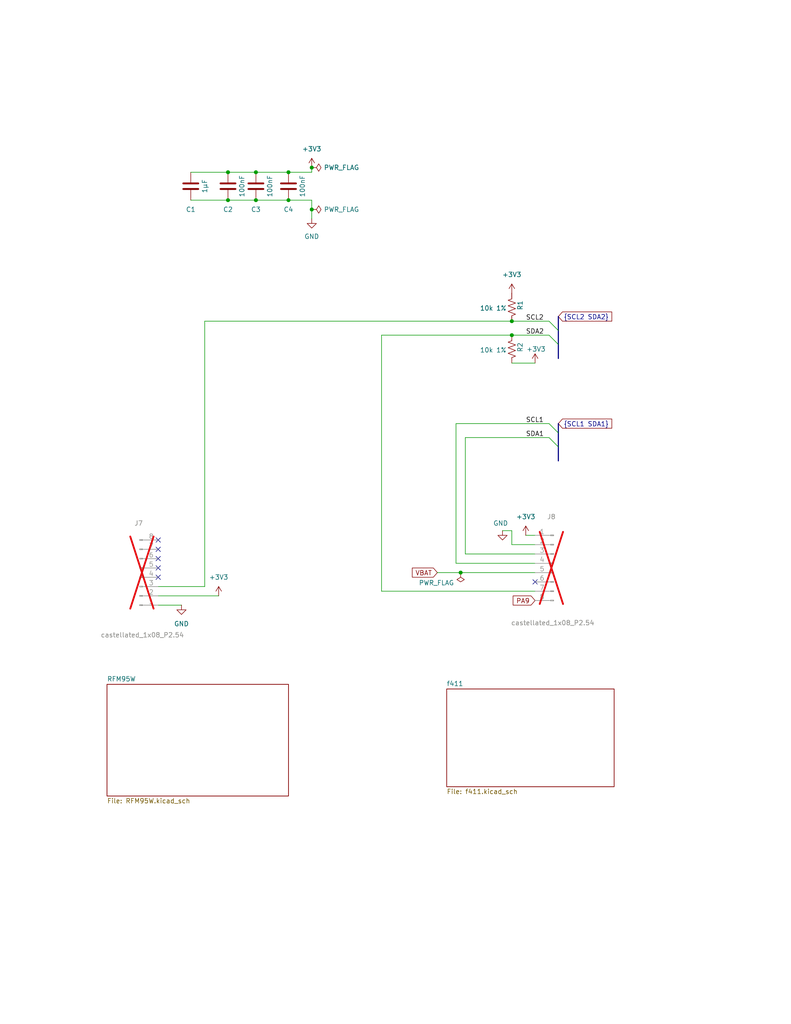
<source format=kicad_sch>
(kicad_sch (version 20250114) (generator "eeschema") (generator_version "9.0")
  (paper "A" portrait)
  (title_block (title "F411-RFM95W") (date "2025-09-09") (rev "v0.1.0"))
  (lib_symbols
    (symbol "ProjectLib:C" (pin_numbers (hide yes)) (pin_names (offset 0.254))
      (property "Reference" "C" (at 0.635 2.54 0))
      (property "Value" "C" (at 0.635 -2.54 0))
      (symbol "C_0_1"
        (polyline (pts (xy -2.032 0.762) (xy 2.032 0.762)) (stroke (width 0.508)))
        (polyline (pts (xy -2.032 -0.762) (xy 2.032 -0.762)) (stroke (width 0.508)))
      )
      (symbol "C_1_1"
        (pin passive line (at 0 3.81 270) (length 2.794) (name "~") (number "1"))
        (pin passive line (at 0 -3.81 90) (length 2.794) (name "~") (number "2"))
      )
    )
    (symbol "ProjectLib:Conn_01x08_Pin" (pin_names (offset 1.016) (hide yes)) (in_bom no)
      (property "Reference" "J" (at 0 10.16 0))
      (property "Value" "Conn_01x08_Pin" (at 0 -12.7 0))
      (symbol "Conn_01x08_Pin_1_1"
        (rectangle (start 0.8636 7.747) (end 0 7.493) (stroke (width 0.1524)) (fill (type outline)))
        (rectangle (start 0.8636 5.207) (end 0 4.953) (stroke (width 0.1524)) (fill (type outline)))
        (rectangle (start 0.8636 2.667) (end 0 2.413) (stroke (width 0.1524)) (fill (type outline)))
        (rectangle (start 0.8636 0.127) (end 0 -0.127) (stroke (width 0.1524)) (fill (type outline)))
        (rectangle (start 0.8636 -2.413) (end 0 -2.667) (stroke (width 0.1524)) (fill (type outline)))
        (rectangle (start 0.8636 -4.953) (end 0 -5.207) (stroke (width 0.1524)) (fill (type outline)))
        (rectangle (start 0.8636 -7.493) (end 0 -7.747) (stroke (width 0.1524)) (fill (type outline)))
        (rectangle (start 0.8636 -10.033) (end 0 -10.287) (stroke (width 0.1524)) (fill (type outline)))
        (polyline (pts (xy 1.27 7.62) (xy 0.8636 7.62)) (stroke (width 0.1524)))
        (polyline (pts (xy 1.27 5.08) (xy 0.8636 5.08)) (stroke (width 0.1524)))
        (polyline (pts (xy 1.27 2.54) (xy 0.8636 2.54)) (stroke (width 0.1524)))
        (polyline (pts (xy 1.27 0) (xy 0.8636 0)) (stroke (width 0.1524)))
        (polyline (pts (xy 1.27 -2.54) (xy 0.8636 -2.54)) (stroke (width 0.1524)))
        (polyline (pts (xy 1.27 -5.08) (xy 0.8636 -5.08)) (stroke (width 0.1524)))
        (polyline (pts (xy 1.27 -7.62) (xy 0.8636 -7.62)) (stroke (width 0.1524)))
        (polyline (pts (xy 1.27 -10.16) (xy 0.8636 -10.16)) (stroke (width 0.1524)))
        (pin passive line (at 5.08 7.62 180) (length 3.81) (name "Pin_1") (number "1"))
        (pin passive line (at 5.08 5.08 180) (length 3.81) (name "Pin_2") (number "2"))
        (pin passive line (at 5.08 2.54 180) (length 3.81) (name "Pin_3") (number "3"))
        (pin passive line (at 5.08 0 180) (length 3.81) (name "Pin_4") (number "4"))
        (pin passive line (at 5.08 -2.54 180) (length 3.81) (name "Pin_5") (number "5"))
        (pin passive line (at 5.08 -5.08 180) (length 3.81) (name "Pin_6") (number "6"))
        (pin passive line (at 5.08 -7.62 180) (length 3.81) (name "Pin_7") (number "7"))
        (pin passive line (at 5.08 -10.16 180) (length 3.81) (name "Pin_8") (number "8"))
      )
    )
    (symbol "ProjectLib:R_US" (pin_numbers (hide yes)) (pin_names (offset 0))
      (property "Reference" "R" (at 2.54 0 90))
      (property "Value" "R_US" (at -2.54 0 90))
      (symbol "R_US_0_1"
        (polyline (pts (xy 0 2.286) (xy 0 2.54)))
        (polyline (pts (xy 0 2.286) (xy 1.016 1.905) (xy 0 1.524) (xy -1.016 1.143) (xy 0 0.762)))
        (polyline (pts (xy 0 0.762) (xy 1.016 0.381) (xy 0 0) (xy -1.016 -0.381) (xy 0 -0.762)))
        (polyline (pts (xy 0 -0.762) (xy 1.016 -1.143) (xy 0 -1.524) (xy -1.016 -1.905) (xy 0 -2.286)))
        (polyline (pts (xy 0 -2.286) (xy 0 -2.54)))
      )
      (symbol "R_US_1_1"
        (pin passive line (at 0 3.81 270) (length 1.27) (name "~") (number "1"))
        (pin passive line (at 0 -3.81 90) (length 1.27) (name "~") (number "2"))
      )
    )
    (symbol "power:+3V3" (power) (pin_numbers (hide yes)) (pin_names (offset 0) (hide yes))
      (property "Value" "+3V3" (at 0 3.556 0))
      (symbol "+3V3_0_1"
        (polyline (pts (xy -0.762 1.27) (xy 0 2.54)))
        (polyline (pts (xy 0 2.54) (xy 0.762 1.27)))
        (polyline (pts (xy 0 0) (xy 0 2.54)))
      )
      (symbol "+3V3_1_1"
        (pin power_in line (at 0 0 90) (length 0) (name "~") (number "1"))
      )
    )
    (symbol "power:GND" (power) (pin_numbers (hide yes)) (pin_names (offset 0) (hide yes))
      (property "Value" "GND" (at 0 -3.81 0))
      (symbol "GND_0_1"
        (polyline (pts (xy 0 0) (xy 0 -1.27) (xy 1.27 -1.27) (xy 0 -2.54) (xy -1.27 -1.27) (xy 0 -1.27)))
      )
      (symbol "GND_1_1"
        (pin power_in line (at 0 0 270) (length 0) (name "~") (number "1"))
      )
    )
    (symbol "power:PWR_FLAG" (power) (pin_numbers (hide yes)) (pin_names (offset 0) (hide yes))
      (property "Value" "PWR_FLAG" (at 0 3.81 0))
      (symbol "PWR_FLAG_0_0"
        (pin power_out line (at 0 0 90) (length 0) (name "~") (number "1"))
      )
      (symbol "PWR_FLAG_0_1"
        (polyline (pts (xy 0 0) (xy 0 1.27) (xy -1.016 1.905) (xy 0 2.54) (xy 1.016 1.905) (xy 0 1.27)))
      )
    )
  )
  (junction (at 85.09 45.72))
  (junction (at 78.74 54.61))
  (junction (at 78.74 46.99))
  (junction (at 125.73 156.21))
  (junction (at 69.85 54.61))
  (junction (at 139.7 91.44))
  (junction (at 69.85 46.99))
  (junction (at 62.23 46.99))
  (junction (at 85.09 57.15))
  (junction (at 139.7 87.63))
  (junction (at 62.23 54.61))
  (no_connect (at 146.05 158.75))
  (no_connect (at 43.18 157.48))
  (no_connect (at 43.18 149.86))
  (no_connect (at 43.18 147.32))
  (no_connect (at 43.18 154.94))
  (no_connect (at 43.18 152.4))
  (bus_entry (at 152.4 90.17) (size -2.54 -2.54))
  (bus_entry (at 152.4 118.11) (size -2.54 -2.54))
  (bus_entry (at 152.4 93.98) (size -2.54 -2.54))
  (bus_entry (at 152.4 121.92) (size -2.54 -2.54))
  (wire (pts (xy 146.05 146.05) (xy 143.51 146.05)))
  (wire (pts (xy 139.7 91.44) (xy 149.86 91.44)))
  (wire (pts (xy 139.7 144.78) (xy 137.16 144.78)))
  (wire (pts (xy 104.14 91.44) (xy 104.14 161.29)))
  (wire (pts (xy 125.73 156.21) (xy 146.05 156.21)))
  (wire (pts (xy 139.7 87.63) (xy 149.86 87.63)))
  (wire (pts (xy 127 119.38) (xy 149.86 119.38)))
  (wire (pts (xy 124.46 115.57) (xy 149.86 115.57)))
  (wire (pts (xy 124.46 115.57) (xy 124.46 153.67)))
  (wire (pts (xy 43.18 162.56) (xy 59.69 162.56)))
  (wire (pts (xy 52.07 46.99) (xy 62.23 46.99)))
  (wire (pts (xy 124.46 153.67) (xy 146.05 153.67)))
  (wire (pts (xy 69.85 46.99) (xy 78.74 46.99)))
  (wire (pts (xy 62.23 54.61) (xy 69.85 54.61)))
  (wire (pts (xy 104.14 161.29) (xy 146.05 161.29)))
  (bus (pts (xy 152.4 86.36) (xy 152.4 90.17)))
  (bus (pts (xy 152.4 115.57) (xy 152.4 118.11)))
  (wire (pts (xy 139.7 91.44) (xy 104.14 91.44)))
  (wire (pts (xy 69.85 54.61) (xy 78.74 54.61)))
  (wire (pts (xy 85.09 59.69) (xy 85.09 57.15)))
  (bus (pts (xy 152.4 121.92) (xy 152.4 125.73)))
  (wire (pts (xy 43.18 165.1) (xy 49.53 165.1)))
  (wire (pts (xy 85.09 45.72) (xy 85.09 46.99)))
  (wire (pts (xy 85.09 57.15) (xy 85.09 54.61)))
  (wire (pts (xy 62.23 46.99) (xy 69.85 46.99)))
  (wire (pts (xy 127 151.13) (xy 146.05 151.13)))
  (bus (pts (xy 152.4 118.11) (xy 152.4 121.92)))
  (wire (pts (xy 139.7 99.06) (xy 146.05 99.06)))
  (wire (pts (xy 85.09 54.61) (xy 78.74 54.61)))
  (wire (pts (xy 78.74 46.99) (xy 85.09 46.99)))
  (wire (pts (xy 55.88 87.63) (xy 55.88 160.02)))
  (wire (pts (xy 119.38 156.21) (xy 125.73 156.21)))
  (wire (pts (xy 43.18 160.02) (xy 55.88 160.02)))
  (wire (pts (xy 52.07 54.61) (xy 62.23 54.61)))
  (wire (pts (xy 127 119.38) (xy 127 151.13)))
  (wire (pts (xy 146.05 148.59) (xy 139.7 148.59)))
  (wire (pts (xy 139.7 87.63) (xy 55.88 87.63)))
  (wire (pts (xy 139.7 148.59) (xy 139.7 144.78)))
  (bus (pts (xy 152.4 93.98) (xy 152.4 97.79)))
  (bus (pts (xy 152.4 90.17) (xy 152.4 93.98)))
  (label "SCL2" (at 143.51 87.63 0))
  (label "SDA2" (at 143.51 91.44 0))
  (label "SCL1" (at 143.51 115.57 0))
  (label "SDA1" (at 143.51 119.38 0))
  (global_label "VBAT" (shape input) (at 119.38 156.21 180) (property "Intersheetrefs" "${INTERSHEET_REFS}" (effects (hide yes))))
  (global_label "{SCL1 SDA1}" (shape input) (at 152.4 115.57 0) (property "Intersheetrefs" "${INTERSHEET_REFS}" (effects (hide yes))))
  (global_label "{SCL2 SDA2}" (shape input) (at 152.4 86.36 0) (property "Intersheetrefs" "${INTERSHEET_REFS}" (effects (hide yes))))
  (global_label "PA9" (shape input) (at 146.05 163.83 180) (property "Intersheetrefs" "${INTERSHEET_REFS}" (effects (hide yes))))
  (symbol (lib_id "power:GND") (at 49.53 165.1 0) (unit 1)
    (property "Reference" "#PWR032" (effects (hide yes)))
    (property "Value" "GND" (at 49.53 170.18 0))
    (property "Description" "Power symbol creates a global label with name \"GND\" , ground" (effects (hide yes)))
  )
  (symbol (lib_id "power:GND") (at 85.09 59.69 0) (unit 1)
    (property "Reference" "#PWR02" (effects (hide yes)))
    (property "Value" "GND" (at 85.09 64.516 0))
    (property "Description" "Power symbol creates a global label with name \"GND\" , ground" (effects (hide yes)))
  )
  (symbol (lib_id "power:+3V3") (at 146.05 99.06 0) (unit 1)
    (property "Reference" "#PWR04" (effects (hide yes)))
    (property "Value" "+3V3" (at 146.304 95.25 0))
    (property "Description" "Power symbol creates a global label with name \"+3V3\"" (effects (hide yes)))
  )
  (symbol (lib_id "power:PWR_FLAG") (at 85.09 57.15 270) (mirror x) (unit 1)
    (property "Reference" "#FLG03" (effects (hide yes)))
    (property "Value" "PWR_FLAG" (at 93.218 57.15 90))
    (property "Description" "Special symbol for telling ERC where power comes from" (effects (hide yes)))
    (property "Note" "5v" (effects (hide yes)))
  )
  (symbol (lib_id "ProjectLib:C") (at 52.07 50.8 0) (mirror y) (unit 1)
    (property "Reference" "C1" (at 52.07 57.15 0))
    (property "Value" "1µF" (at 55.88 50.8 90))
    (property "Footprint" "ProjectLib:C_0402_1005Metric" (effects (hide yes)))
    (property "Description" "Unpolarized capacitor" (effects (hide yes)))
    (property "MountType" "SMT" (effects (hide yes)))
    (property "pads" "2" (effects (hide yes)))
    (property "Package" "C_0402_1005Metric" (effects (hide yes)))
    (property "Notes" "or equivalent" (effects (hide yes)))
  )
  (symbol (lib_id "ProjectLib:C") (at 62.23 50.8 0) (mirror y) (unit 1)
    (property "Reference" "C2" (at 62.23 57.15 0))
    (property "Value" "100nF" (at 66.04 50.8 90))
    (property "Footprint" "ProjectLib:C_0402_1005Metric" (effects (hide yes)))
    (property "Description" "Unpolarized capacitor" (effects (hide yes)))
    (property "MountType" "SMT" (effects (hide yes)))
    (property "pads" "2" (effects (hide yes)))
    (property "Package" "C_0402_1005Metric" (effects (hide yes)))
    (property "Notes" "or equivalent" (effects (hide yes)))
  )
  (symbol (lib_id "ProjectLib:Conn_01x08_Pin") (at 38.1 157.48 0) (mirror x) (unit 1) (in_bom no) (dnp yes)
    (property "Reference" "J7" (at 37.846 142.748 0))
    (property "Value" "castellated_1x08_P2.54" (at 38.862 173.228 0))
    (property "Footprint" "ProjectLib:castellated_1x08_P2.54mm" (effects (hide yes)))
    (property "Description" "Generic connector, single row, 01x08, script generated" (effects (hide yes)))
  )
  (symbol (lib_id "ProjectLib:R_US") (at 139.7 95.25 0) (mirror y) (unit 1)
    (property "Reference" "R2" (at 141.986 94.742 90))
    (property "Value" "10k 1%" (at 134.62 95.504 0))
    (property "Footprint" "ProjectLib:R_0402_1005Metric" (effects (hide yes)))
    (property "Description" "Resistor, US symbol" (effects (hide yes)))
    (property "MountType" "SMT" (effects (hide yes)))
    (property "pads" "2" (effects (hide yes)))
    (property "Package" "R_0402_1005Metric" (effects (hide yes)))
    (property "Notes" "or equivalent" (effects (hide yes)))
  )
  (symbol (lib_id "power:+3V3") (at 59.69 162.56 0) (unit 1)
    (property "Reference" "#PWR031" (effects (hide yes)))
    (property "Value" "+3V3" (at 59.69 157.48 0))
    (property "Description" "Power symbol creates a global label with name \"+3V3\"" (effects (hide yes)))
  )
  (symbol (lib_id "ProjectLib:R_US") (at 139.7 83.82 0) (mirror y) (unit 1)
    (property "Reference" "R1" (at 141.986 83.312 90))
    (property "Value" "10k 1%" (at 134.62 84.074 0))
    (property "Footprint" "ProjectLib:R_0402_1005Metric" (effects (hide yes)))
    (property "Description" "Resistor, US symbol" (effects (hide yes)))
    (property "MountType" "SMT" (effects (hide yes)))
    (property "pads" "2" (effects (hide yes)))
    (property "Package" "R_0402_1005Metric" (effects (hide yes)))
    (property "Notes" "or equivalent" (effects (hide yes)))
  )
  (symbol (lib_id "power:PWR_FLAG") (at 85.09 45.72 270) (mirror x) (unit 1)
    (property "Reference" "#FLG02" (effects (hide yes)))
    (property "Value" "PWR_FLAG" (at 93.218 45.72 90))
    (property "Description" "Special symbol for telling ERC where power comes from" (effects (hide yes)))
    (property "Note" "5v" (effects (hide yes)))
  )
  (symbol (lib_id "power:+3V3") (at 139.7 80.01 0) (unit 1)
    (property "Reference" "#PWR03" (effects (hide yes)))
    (property "Value" "+3V3" (at 139.7 74.93 0))
    (property "Description" "Power symbol creates a global label with name \"+3V3\"" (effects (hide yes)))
  )
  (symbol (lib_id "ProjectLib:C") (at 78.74 50.8 0) (mirror y) (unit 1)
    (property "Reference" "C4" (at 78.74 57.15 0))
    (property "Value" "100nF" (at 82.55 50.8 90))
    (property "Footprint" "ProjectLib:C_0402_1005Metric" (effects (hide yes)))
    (property "Description" "Unpolarized capacitor" (effects (hide yes)))
    (property "MountType" "SMT" (effects (hide yes)))
    (property "pads" "2" (effects (hide yes)))
    (property "Package" "C_0402_1005Metric" (effects (hide yes)))
    (property "Notes" "or equivalent" (effects (hide yes)))
  )
  (symbol (lib_id "power:+3V3") (at 143.51 146.05 0) (mirror y) (unit 1)
    (property "Reference" "#PWR030" (effects (hide yes)))
    (property "Value" "+3V3" (at 143.51 140.97 0))
    (property "Description" "Power symbol creates a global label with name \"+3V3\"" (effects (hide yes)))
  )
  (symbol (lib_id "power:+3V3") (at 85.09 45.72 0) (unit 1)
    (property "Reference" "#PWR01" (effects (hide yes)))
    (property "Value" "+3V3" (at 85.09 40.64 0))
    (property "Description" "Power symbol creates a global label with name \"+3V3\"" (effects (hide yes)))
  )
  (symbol (lib_id "ProjectLib:Conn_01x08_Pin") (at 151.13 153.67 0) (mirror y) (unit 1) (in_bom no) (dnp yes)
    (property "Reference" "J8" (at 150.495 140.97 0))
    (property "Value" "castellated_1x08_P2.54" (at 150.876 169.926 0))
    (property "Footprint" "ProjectLib:castellated_1x08_P2.54mm" (effects (hide yes)))
    (property "Description" "Generic connector, single row, 01x08, script generated" (effects (hide yes)))
  )
  (symbol (lib_id "power:GND") (at 137.16 144.78 0) (mirror y) (unit 1)
    (property "Reference" "#PWR033" (effects (hide yes)))
    (property "Value" "GND" (at 136.652 142.748 0))
    (property "Description" "Power symbol creates a global label with name \"GND\" , ground" (effects (hide yes)))
  )
  (symbol (lib_id "power:PWR_FLAG") (at 125.73 156.21 180) (unit 1)
    (property "Reference" "#FLG01" (effects (hide yes)))
    (property "Value" "PWR_FLAG" (at 119.126 159.004 0))
    (property "Description" "Special symbol for telling ERC where power comes from" (effects (hide yes)))
  )
  (symbol (lib_id "ProjectLib:C") (at 69.85 50.8 0) (mirror y) (unit 1)
    (property "Reference" "C3" (at 69.85 57.15 0))
    (property "Value" "100nF" (at 73.66 50.8 90))
    (property "Footprint" "ProjectLib:C_0402_1005Metric" (effects (hide yes)))
    (property "Description" "Unpolarized capacitor" (effects (hide yes)))
    (property "MountType" "SMT" (effects (hide yes)))
    (property "pads" "2" (effects (hide yes)))
    (property "Package" "C_0402_1005Metric" (effects (hide yes)))
    (property "Notes" "or equivalent" (effects (hide yes)))
  )
  (sheet (at 29.21 186.69) (size 49.53 30.48) (stroke (width 0.1524))
    (property "Sheetname" "RFM95W" (at 29.21 185.9784 0) (effects (justify left bottom)))
    (property "Sheetfile" "RFM95W.kicad_sch" (at 29.21 217.7546 0) (effects (justify left top)))
  )
  (sheet (at 121.92 187.96) (size 45.72 26.67) (stroke (width 0.1524))
    (property "Sheetname" "f411" (at 121.92 187.2484 0) (effects (justify left bottom)))
    (property "Sheetfile" "f411.kicad_sch" (at 121.92 215.2146 0) (effects (justify left top)))
  )
)
</source>
